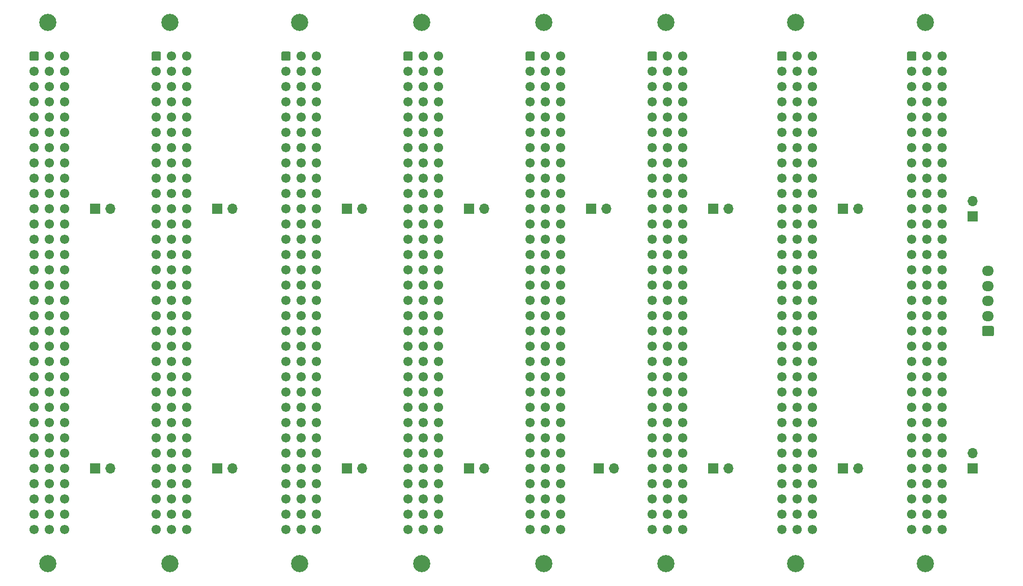
<source format=gbr>
%TF.GenerationSoftware,KiCad,Pcbnew,(5.1.10)-1*%
%TF.CreationDate,2022-01-28T17:59:32+01:00*%
%TF.ProjectId,Backplane,4261636b-706c-4616-9e65-2e6b69636164,rev?*%
%TF.SameCoordinates,Original*%
%TF.FileFunction,Soldermask,Bot*%
%TF.FilePolarity,Negative*%
%FSLAX46Y46*%
G04 Gerber Fmt 4.6, Leading zero omitted, Abs format (unit mm)*
G04 Created by KiCad (PCBNEW (5.1.10)-1) date 2022-01-28 17:59:32*
%MOMM*%
%LPD*%
G01*
G04 APERTURE LIST*
%ADD10C,1.550000*%
%ADD11C,2.850000*%
%ADD12O,1.700000X1.700000*%
%ADD13R,1.700000X1.700000*%
%ADD14O,1.950000X1.700000*%
G04 APERTURE END LIST*
%TO.C,J1*%
G36*
G01*
X183375000Y-66565450D02*
X183375000Y-65514550D01*
G75*
G02*
X183624550Y-65265000I249550J0D01*
G01*
X184675450Y-65265000D01*
G75*
G02*
X184925000Y-65514550I0J-249550D01*
G01*
X184925000Y-66565450D01*
G75*
G02*
X184675450Y-66815000I-249550J0D01*
G01*
X183624550Y-66815000D01*
G75*
G02*
X183375000Y-66565450I0J249550D01*
G01*
G37*
D10*
X184150000Y-68580000D03*
X184150000Y-71120000D03*
X184150000Y-73660000D03*
X184150000Y-76200000D03*
X184150000Y-78740000D03*
X184150000Y-81280000D03*
X184150000Y-83820000D03*
X184150000Y-86360000D03*
X184150000Y-88900000D03*
X184150000Y-91440000D03*
X184150000Y-93980000D03*
X184150000Y-96520000D03*
X184150000Y-99060000D03*
X184150000Y-101600000D03*
X184150000Y-104140000D03*
X184150000Y-106680000D03*
X184150000Y-109220000D03*
X184150000Y-111760000D03*
X184150000Y-114300000D03*
X184150000Y-116840000D03*
X184150000Y-119380000D03*
X184150000Y-121920000D03*
X184150000Y-124460000D03*
X184150000Y-127000000D03*
X184150000Y-129540000D03*
X184150000Y-132080000D03*
X184150000Y-134620000D03*
X184150000Y-137160000D03*
X184150000Y-139700000D03*
X184150000Y-142240000D03*
X184150000Y-144780000D03*
X186690000Y-66040000D03*
X186690000Y-68580000D03*
X186690000Y-71120000D03*
X186690000Y-73660000D03*
X186690000Y-76200000D03*
X186690000Y-78740000D03*
X186690000Y-81280000D03*
X186690000Y-83820000D03*
X186690000Y-86360000D03*
X186690000Y-88900000D03*
X186690000Y-91440000D03*
X186690000Y-93980000D03*
X186690000Y-96520000D03*
X186690000Y-99060000D03*
X186690000Y-101600000D03*
X186690000Y-104140000D03*
X186690000Y-106680000D03*
X186690000Y-109220000D03*
X186690000Y-111760000D03*
X186690000Y-114300000D03*
X186690000Y-116840000D03*
X186690000Y-119380000D03*
X186690000Y-121920000D03*
X186690000Y-124460000D03*
X186690000Y-127000000D03*
X186690000Y-129540000D03*
X186690000Y-132080000D03*
X186690000Y-134620000D03*
X186690000Y-137160000D03*
X186690000Y-139700000D03*
X186690000Y-142240000D03*
X186690000Y-144780000D03*
X189230000Y-66040000D03*
X189230000Y-68580000D03*
X189230000Y-71120000D03*
X189230000Y-73660000D03*
X189230000Y-76200000D03*
X189230000Y-78740000D03*
X189230000Y-81280000D03*
X189230000Y-83820000D03*
X189230000Y-86360000D03*
X189230000Y-88900000D03*
X189230000Y-91440000D03*
X189230000Y-93980000D03*
X189230000Y-96520000D03*
X189230000Y-99060000D03*
X189230000Y-101600000D03*
X189230000Y-104140000D03*
X189230000Y-106680000D03*
X189230000Y-109220000D03*
X189230000Y-111760000D03*
X189230000Y-114300000D03*
X189230000Y-116840000D03*
X189230000Y-119380000D03*
X189230000Y-121920000D03*
X189230000Y-124460000D03*
X189230000Y-127000000D03*
X189230000Y-129540000D03*
X189230000Y-132080000D03*
X189230000Y-134620000D03*
X189230000Y-137160000D03*
X189230000Y-139700000D03*
X189230000Y-142240000D03*
X189230000Y-144780000D03*
D11*
X186390000Y-60410000D03*
X186390000Y-150410000D03*
%TD*%
D12*
%TO.C,J2*%
X196850000Y-91440000D03*
D13*
X194310000Y-91440000D03*
%TD*%
D12*
%TO.C,J3*%
X196850000Y-134620000D03*
D13*
X194310000Y-134620000D03*
%TD*%
D11*
%TO.C,J4*%
X82250000Y-150410000D03*
X82250000Y-60410000D03*
D10*
X85090000Y-144780000D03*
X85090000Y-142240000D03*
X85090000Y-139700000D03*
X85090000Y-137160000D03*
X85090000Y-134620000D03*
X85090000Y-132080000D03*
X85090000Y-129540000D03*
X85090000Y-127000000D03*
X85090000Y-124460000D03*
X85090000Y-121920000D03*
X85090000Y-119380000D03*
X85090000Y-116840000D03*
X85090000Y-114300000D03*
X85090000Y-111760000D03*
X85090000Y-109220000D03*
X85090000Y-106680000D03*
X85090000Y-104140000D03*
X85090000Y-101600000D03*
X85090000Y-99060000D03*
X85090000Y-96520000D03*
X85090000Y-93980000D03*
X85090000Y-91440000D03*
X85090000Y-88900000D03*
X85090000Y-86360000D03*
X85090000Y-83820000D03*
X85090000Y-81280000D03*
X85090000Y-78740000D03*
X85090000Y-76200000D03*
X85090000Y-73660000D03*
X85090000Y-71120000D03*
X85090000Y-68580000D03*
X85090000Y-66040000D03*
X82550000Y-144780000D03*
X82550000Y-142240000D03*
X82550000Y-139700000D03*
X82550000Y-137160000D03*
X82550000Y-134620000D03*
X82550000Y-132080000D03*
X82550000Y-129540000D03*
X82550000Y-127000000D03*
X82550000Y-124460000D03*
X82550000Y-121920000D03*
X82550000Y-119380000D03*
X82550000Y-116840000D03*
X82550000Y-114300000D03*
X82550000Y-111760000D03*
X82550000Y-109220000D03*
X82550000Y-106680000D03*
X82550000Y-104140000D03*
X82550000Y-101600000D03*
X82550000Y-99060000D03*
X82550000Y-96520000D03*
X82550000Y-93980000D03*
X82550000Y-91440000D03*
X82550000Y-88900000D03*
X82550000Y-86360000D03*
X82550000Y-83820000D03*
X82550000Y-81280000D03*
X82550000Y-78740000D03*
X82550000Y-76200000D03*
X82550000Y-73660000D03*
X82550000Y-71120000D03*
X82550000Y-68580000D03*
X82550000Y-66040000D03*
X80010000Y-144780000D03*
X80010000Y-142240000D03*
X80010000Y-139700000D03*
X80010000Y-137160000D03*
X80010000Y-134620000D03*
X80010000Y-132080000D03*
X80010000Y-129540000D03*
X80010000Y-127000000D03*
X80010000Y-124460000D03*
X80010000Y-121920000D03*
X80010000Y-119380000D03*
X80010000Y-116840000D03*
X80010000Y-114300000D03*
X80010000Y-111760000D03*
X80010000Y-109220000D03*
X80010000Y-106680000D03*
X80010000Y-104140000D03*
X80010000Y-101600000D03*
X80010000Y-99060000D03*
X80010000Y-96520000D03*
X80010000Y-93980000D03*
X80010000Y-91440000D03*
X80010000Y-88900000D03*
X80010000Y-86360000D03*
X80010000Y-83820000D03*
X80010000Y-81280000D03*
X80010000Y-78740000D03*
X80010000Y-76200000D03*
X80010000Y-73660000D03*
X80010000Y-71120000D03*
X80010000Y-68580000D03*
G36*
G01*
X79235000Y-66565450D02*
X79235000Y-65514550D01*
G75*
G02*
X79484550Y-65265000I249550J0D01*
G01*
X80535450Y-65265000D01*
G75*
G02*
X80785000Y-65514550I0J-249550D01*
G01*
X80785000Y-66565450D01*
G75*
G02*
X80535450Y-66815000I-249550J0D01*
G01*
X79484550Y-66815000D01*
G75*
G02*
X79235000Y-66565450I0J249550D01*
G01*
G37*
%TD*%
D13*
%TO.C,J5*%
X90170000Y-91440000D03*
D12*
X92710000Y-91440000D03*
%TD*%
D13*
%TO.C,J6*%
X90170000Y-134620000D03*
D12*
X92710000Y-134620000D03*
%TD*%
%TO.C,J7*%
G36*
G01*
X121145000Y-66565450D02*
X121145000Y-65514550D01*
G75*
G02*
X121394550Y-65265000I249550J0D01*
G01*
X122445450Y-65265000D01*
G75*
G02*
X122695000Y-65514550I0J-249550D01*
G01*
X122695000Y-66565450D01*
G75*
G02*
X122445450Y-66815000I-249550J0D01*
G01*
X121394550Y-66815000D01*
G75*
G02*
X121145000Y-66565450I0J249550D01*
G01*
G37*
D10*
X121920000Y-68580000D03*
X121920000Y-71120000D03*
X121920000Y-73660000D03*
X121920000Y-76200000D03*
X121920000Y-78740000D03*
X121920000Y-81280000D03*
X121920000Y-83820000D03*
X121920000Y-86360000D03*
X121920000Y-88900000D03*
X121920000Y-91440000D03*
X121920000Y-93980000D03*
X121920000Y-96520000D03*
X121920000Y-99060000D03*
X121920000Y-101600000D03*
X121920000Y-104140000D03*
X121920000Y-106680000D03*
X121920000Y-109220000D03*
X121920000Y-111760000D03*
X121920000Y-114300000D03*
X121920000Y-116840000D03*
X121920000Y-119380000D03*
X121920000Y-121920000D03*
X121920000Y-124460000D03*
X121920000Y-127000000D03*
X121920000Y-129540000D03*
X121920000Y-132080000D03*
X121920000Y-134620000D03*
X121920000Y-137160000D03*
X121920000Y-139700000D03*
X121920000Y-142240000D03*
X121920000Y-144780000D03*
X124460000Y-66040000D03*
X124460000Y-68580000D03*
X124460000Y-71120000D03*
X124460000Y-73660000D03*
X124460000Y-76200000D03*
X124460000Y-78740000D03*
X124460000Y-81280000D03*
X124460000Y-83820000D03*
X124460000Y-86360000D03*
X124460000Y-88900000D03*
X124460000Y-91440000D03*
X124460000Y-93980000D03*
X124460000Y-96520000D03*
X124460000Y-99060000D03*
X124460000Y-101600000D03*
X124460000Y-104140000D03*
X124460000Y-106680000D03*
X124460000Y-109220000D03*
X124460000Y-111760000D03*
X124460000Y-114300000D03*
X124460000Y-116840000D03*
X124460000Y-119380000D03*
X124460000Y-121920000D03*
X124460000Y-124460000D03*
X124460000Y-127000000D03*
X124460000Y-129540000D03*
X124460000Y-132080000D03*
X124460000Y-134620000D03*
X124460000Y-137160000D03*
X124460000Y-139700000D03*
X124460000Y-142240000D03*
X124460000Y-144780000D03*
X127000000Y-66040000D03*
X127000000Y-68580000D03*
X127000000Y-71120000D03*
X127000000Y-73660000D03*
X127000000Y-76200000D03*
X127000000Y-78740000D03*
X127000000Y-81280000D03*
X127000000Y-83820000D03*
X127000000Y-86360000D03*
X127000000Y-88900000D03*
X127000000Y-91440000D03*
X127000000Y-93980000D03*
X127000000Y-96520000D03*
X127000000Y-99060000D03*
X127000000Y-101600000D03*
X127000000Y-104140000D03*
X127000000Y-106680000D03*
X127000000Y-109220000D03*
X127000000Y-111760000D03*
X127000000Y-114300000D03*
X127000000Y-116840000D03*
X127000000Y-119380000D03*
X127000000Y-121920000D03*
X127000000Y-124460000D03*
X127000000Y-127000000D03*
X127000000Y-129540000D03*
X127000000Y-132080000D03*
X127000000Y-134620000D03*
X127000000Y-137160000D03*
X127000000Y-139700000D03*
X127000000Y-142240000D03*
X127000000Y-144780000D03*
D11*
X124160000Y-60410000D03*
X124160000Y-150410000D03*
%TD*%
D12*
%TO.C,J8*%
X134620000Y-91440000D03*
D13*
X132080000Y-91440000D03*
%TD*%
%TO.C,J9*%
X132080000Y-134620000D03*
D12*
X134620000Y-134620000D03*
%TD*%
D11*
%TO.C,J10*%
X207980000Y-150410000D03*
X207980000Y-60410000D03*
D10*
X210820000Y-144780000D03*
X210820000Y-142240000D03*
X210820000Y-139700000D03*
X210820000Y-137160000D03*
X210820000Y-134620000D03*
X210820000Y-132080000D03*
X210820000Y-129540000D03*
X210820000Y-127000000D03*
X210820000Y-124460000D03*
X210820000Y-121920000D03*
X210820000Y-119380000D03*
X210820000Y-116840000D03*
X210820000Y-114300000D03*
X210820000Y-111760000D03*
X210820000Y-109220000D03*
X210820000Y-106680000D03*
X210820000Y-104140000D03*
X210820000Y-101600000D03*
X210820000Y-99060000D03*
X210820000Y-96520000D03*
X210820000Y-93980000D03*
X210820000Y-91440000D03*
X210820000Y-88900000D03*
X210820000Y-86360000D03*
X210820000Y-83820000D03*
X210820000Y-81280000D03*
X210820000Y-78740000D03*
X210820000Y-76200000D03*
X210820000Y-73660000D03*
X210820000Y-71120000D03*
X210820000Y-68580000D03*
X210820000Y-66040000D03*
X208280000Y-144780000D03*
X208280000Y-142240000D03*
X208280000Y-139700000D03*
X208280000Y-137160000D03*
X208280000Y-134620000D03*
X208280000Y-132080000D03*
X208280000Y-129540000D03*
X208280000Y-127000000D03*
X208280000Y-124460000D03*
X208280000Y-121920000D03*
X208280000Y-119380000D03*
X208280000Y-116840000D03*
X208280000Y-114300000D03*
X208280000Y-111760000D03*
X208280000Y-109220000D03*
X208280000Y-106680000D03*
X208280000Y-104140000D03*
X208280000Y-101600000D03*
X208280000Y-99060000D03*
X208280000Y-96520000D03*
X208280000Y-93980000D03*
X208280000Y-91440000D03*
X208280000Y-88900000D03*
X208280000Y-86360000D03*
X208280000Y-83820000D03*
X208280000Y-81280000D03*
X208280000Y-78740000D03*
X208280000Y-76200000D03*
X208280000Y-73660000D03*
X208280000Y-71120000D03*
X208280000Y-68580000D03*
X208280000Y-66040000D03*
X205740000Y-144780000D03*
X205740000Y-142240000D03*
X205740000Y-139700000D03*
X205740000Y-137160000D03*
X205740000Y-134620000D03*
X205740000Y-132080000D03*
X205740000Y-129540000D03*
X205740000Y-127000000D03*
X205740000Y-124460000D03*
X205740000Y-121920000D03*
X205740000Y-119380000D03*
X205740000Y-116840000D03*
X205740000Y-114300000D03*
X205740000Y-111760000D03*
X205740000Y-109220000D03*
X205740000Y-106680000D03*
X205740000Y-104140000D03*
X205740000Y-101600000D03*
X205740000Y-99060000D03*
X205740000Y-96520000D03*
X205740000Y-93980000D03*
X205740000Y-91440000D03*
X205740000Y-88900000D03*
X205740000Y-86360000D03*
X205740000Y-83820000D03*
X205740000Y-81280000D03*
X205740000Y-78740000D03*
X205740000Y-76200000D03*
X205740000Y-73660000D03*
X205740000Y-71120000D03*
X205740000Y-68580000D03*
G36*
G01*
X204965000Y-66565450D02*
X204965000Y-65514550D01*
G75*
G02*
X205214550Y-65265000I249550J0D01*
G01*
X206265450Y-65265000D01*
G75*
G02*
X206515000Y-65514550I0J-249550D01*
G01*
X206515000Y-66565450D01*
G75*
G02*
X206265450Y-66815000I-249550J0D01*
G01*
X205214550Y-66815000D01*
G75*
G02*
X204965000Y-66565450I0J249550D01*
G01*
G37*
%TD*%
D13*
%TO.C,J11*%
X215900000Y-92710000D03*
D12*
X215900000Y-90170000D03*
%TD*%
%TO.C,J12*%
X215900000Y-132080000D03*
D13*
X215900000Y-134620000D03*
%TD*%
%TO.C,J13*%
G36*
G01*
X219165000Y-112610000D02*
X217715000Y-112610000D01*
G75*
G02*
X217465000Y-112360000I0J250000D01*
G01*
X217465000Y-111160000D01*
G75*
G02*
X217715000Y-110910000I250000J0D01*
G01*
X219165000Y-110910000D01*
G75*
G02*
X219415000Y-111160000I0J-250000D01*
G01*
X219415000Y-112360000D01*
G75*
G02*
X219165000Y-112610000I-250000J0D01*
G01*
G37*
D14*
X218440000Y-109260000D03*
X218440000Y-106760000D03*
X218440000Y-104260000D03*
X218440000Y-101760000D03*
%TD*%
%TO.C,J14*%
G36*
G01*
X161785000Y-66565450D02*
X161785000Y-65514550D01*
G75*
G02*
X162034550Y-65265000I249550J0D01*
G01*
X163085450Y-65265000D01*
G75*
G02*
X163335000Y-65514550I0J-249550D01*
G01*
X163335000Y-66565450D01*
G75*
G02*
X163085450Y-66815000I-249550J0D01*
G01*
X162034550Y-66815000D01*
G75*
G02*
X161785000Y-66565450I0J249550D01*
G01*
G37*
D10*
X162560000Y-68580000D03*
X162560000Y-71120000D03*
X162560000Y-73660000D03*
X162560000Y-76200000D03*
X162560000Y-78740000D03*
X162560000Y-81280000D03*
X162560000Y-83820000D03*
X162560000Y-86360000D03*
X162560000Y-88900000D03*
X162560000Y-91440000D03*
X162560000Y-93980000D03*
X162560000Y-96520000D03*
X162560000Y-99060000D03*
X162560000Y-101600000D03*
X162560000Y-104140000D03*
X162560000Y-106680000D03*
X162560000Y-109220000D03*
X162560000Y-111760000D03*
X162560000Y-114300000D03*
X162560000Y-116840000D03*
X162560000Y-119380000D03*
X162560000Y-121920000D03*
X162560000Y-124460000D03*
X162560000Y-127000000D03*
X162560000Y-129540000D03*
X162560000Y-132080000D03*
X162560000Y-134620000D03*
X162560000Y-137160000D03*
X162560000Y-139700000D03*
X162560000Y-142240000D03*
X162560000Y-144780000D03*
X165100000Y-66040000D03*
X165100000Y-68580000D03*
X165100000Y-71120000D03*
X165100000Y-73660000D03*
X165100000Y-76200000D03*
X165100000Y-78740000D03*
X165100000Y-81280000D03*
X165100000Y-83820000D03*
X165100000Y-86360000D03*
X165100000Y-88900000D03*
X165100000Y-91440000D03*
X165100000Y-93980000D03*
X165100000Y-96520000D03*
X165100000Y-99060000D03*
X165100000Y-101600000D03*
X165100000Y-104140000D03*
X165100000Y-106680000D03*
X165100000Y-109220000D03*
X165100000Y-111760000D03*
X165100000Y-114300000D03*
X165100000Y-116840000D03*
X165100000Y-119380000D03*
X165100000Y-121920000D03*
X165100000Y-124460000D03*
X165100000Y-127000000D03*
X165100000Y-129540000D03*
X165100000Y-132080000D03*
X165100000Y-134620000D03*
X165100000Y-137160000D03*
X165100000Y-139700000D03*
X165100000Y-142240000D03*
X165100000Y-144780000D03*
X167640000Y-66040000D03*
X167640000Y-68580000D03*
X167640000Y-71120000D03*
X167640000Y-73660000D03*
X167640000Y-76200000D03*
X167640000Y-78740000D03*
X167640000Y-81280000D03*
X167640000Y-83820000D03*
X167640000Y-86360000D03*
X167640000Y-88900000D03*
X167640000Y-91440000D03*
X167640000Y-93980000D03*
X167640000Y-96520000D03*
X167640000Y-99060000D03*
X167640000Y-101600000D03*
X167640000Y-104140000D03*
X167640000Y-106680000D03*
X167640000Y-109220000D03*
X167640000Y-111760000D03*
X167640000Y-114300000D03*
X167640000Y-116840000D03*
X167640000Y-119380000D03*
X167640000Y-121920000D03*
X167640000Y-124460000D03*
X167640000Y-127000000D03*
X167640000Y-129540000D03*
X167640000Y-132080000D03*
X167640000Y-134620000D03*
X167640000Y-137160000D03*
X167640000Y-139700000D03*
X167640000Y-142240000D03*
X167640000Y-144780000D03*
D11*
X164800000Y-60410000D03*
X164800000Y-150410000D03*
%TD*%
D13*
%TO.C,J15*%
X172720000Y-91440000D03*
D12*
X175260000Y-91440000D03*
%TD*%
D13*
%TO.C,J16*%
X172720000Y-134620000D03*
D12*
X175260000Y-134620000D03*
%TD*%
D11*
%TO.C,J17*%
X144480000Y-150410000D03*
X144480000Y-60410000D03*
D10*
X147320000Y-144780000D03*
X147320000Y-142240000D03*
X147320000Y-139700000D03*
X147320000Y-137160000D03*
X147320000Y-134620000D03*
X147320000Y-132080000D03*
X147320000Y-129540000D03*
X147320000Y-127000000D03*
X147320000Y-124460000D03*
X147320000Y-121920000D03*
X147320000Y-119380000D03*
X147320000Y-116840000D03*
X147320000Y-114300000D03*
X147320000Y-111760000D03*
X147320000Y-109220000D03*
X147320000Y-106680000D03*
X147320000Y-104140000D03*
X147320000Y-101600000D03*
X147320000Y-99060000D03*
X147320000Y-96520000D03*
X147320000Y-93980000D03*
X147320000Y-91440000D03*
X147320000Y-88900000D03*
X147320000Y-86360000D03*
X147320000Y-83820000D03*
X147320000Y-81280000D03*
X147320000Y-78740000D03*
X147320000Y-76200000D03*
X147320000Y-73660000D03*
X147320000Y-71120000D03*
X147320000Y-68580000D03*
X147320000Y-66040000D03*
X144780000Y-144780000D03*
X144780000Y-142240000D03*
X144780000Y-139700000D03*
X144780000Y-137160000D03*
X144780000Y-134620000D03*
X144780000Y-132080000D03*
X144780000Y-129540000D03*
X144780000Y-127000000D03*
X144780000Y-124460000D03*
X144780000Y-121920000D03*
X144780000Y-119380000D03*
X144780000Y-116840000D03*
X144780000Y-114300000D03*
X144780000Y-111760000D03*
X144780000Y-109220000D03*
X144780000Y-106680000D03*
X144780000Y-104140000D03*
X144780000Y-101600000D03*
X144780000Y-99060000D03*
X144780000Y-96520000D03*
X144780000Y-93980000D03*
X144780000Y-91440000D03*
X144780000Y-88900000D03*
X144780000Y-86360000D03*
X144780000Y-83820000D03*
X144780000Y-81280000D03*
X144780000Y-78740000D03*
X144780000Y-76200000D03*
X144780000Y-73660000D03*
X144780000Y-71120000D03*
X144780000Y-68580000D03*
X144780000Y-66040000D03*
X142240000Y-144780000D03*
X142240000Y-142240000D03*
X142240000Y-139700000D03*
X142240000Y-137160000D03*
X142240000Y-134620000D03*
X142240000Y-132080000D03*
X142240000Y-129540000D03*
X142240000Y-127000000D03*
X142240000Y-124460000D03*
X142240000Y-121920000D03*
X142240000Y-119380000D03*
X142240000Y-116840000D03*
X142240000Y-114300000D03*
X142240000Y-111760000D03*
X142240000Y-109220000D03*
X142240000Y-106680000D03*
X142240000Y-104140000D03*
X142240000Y-101600000D03*
X142240000Y-99060000D03*
X142240000Y-96520000D03*
X142240000Y-93980000D03*
X142240000Y-91440000D03*
X142240000Y-88900000D03*
X142240000Y-86360000D03*
X142240000Y-83820000D03*
X142240000Y-81280000D03*
X142240000Y-78740000D03*
X142240000Y-76200000D03*
X142240000Y-73660000D03*
X142240000Y-71120000D03*
X142240000Y-68580000D03*
G36*
G01*
X141465000Y-66565450D02*
X141465000Y-65514550D01*
G75*
G02*
X141714550Y-65265000I249550J0D01*
G01*
X142765450Y-65265000D01*
G75*
G02*
X143015000Y-65514550I0J-249550D01*
G01*
X143015000Y-66565450D01*
G75*
G02*
X142765450Y-66815000I-249550J0D01*
G01*
X141714550Y-66815000D01*
G75*
G02*
X141465000Y-66565450I0J249550D01*
G01*
G37*
%TD*%
D12*
%TO.C,J18*%
X154940000Y-91440000D03*
D13*
X152400000Y-91440000D03*
%TD*%
D12*
%TO.C,J19*%
X156210000Y-134620000D03*
D13*
X153670000Y-134620000D03*
%TD*%
D11*
%TO.C,J20*%
X103840000Y-150410000D03*
X103840000Y-60410000D03*
D10*
X106680000Y-144780000D03*
X106680000Y-142240000D03*
X106680000Y-139700000D03*
X106680000Y-137160000D03*
X106680000Y-134620000D03*
X106680000Y-132080000D03*
X106680000Y-129540000D03*
X106680000Y-127000000D03*
X106680000Y-124460000D03*
X106680000Y-121920000D03*
X106680000Y-119380000D03*
X106680000Y-116840000D03*
X106680000Y-114300000D03*
X106680000Y-111760000D03*
X106680000Y-109220000D03*
X106680000Y-106680000D03*
X106680000Y-104140000D03*
X106680000Y-101600000D03*
X106680000Y-99060000D03*
X106680000Y-96520000D03*
X106680000Y-93980000D03*
X106680000Y-91440000D03*
X106680000Y-88900000D03*
X106680000Y-86360000D03*
X106680000Y-83820000D03*
X106680000Y-81280000D03*
X106680000Y-78740000D03*
X106680000Y-76200000D03*
X106680000Y-73660000D03*
X106680000Y-71120000D03*
X106680000Y-68580000D03*
X106680000Y-66040000D03*
X104140000Y-144780000D03*
X104140000Y-142240000D03*
X104140000Y-139700000D03*
X104140000Y-137160000D03*
X104140000Y-134620000D03*
X104140000Y-132080000D03*
X104140000Y-129540000D03*
X104140000Y-127000000D03*
X104140000Y-124460000D03*
X104140000Y-121920000D03*
X104140000Y-119380000D03*
X104140000Y-116840000D03*
X104140000Y-114300000D03*
X104140000Y-111760000D03*
X104140000Y-109220000D03*
X104140000Y-106680000D03*
X104140000Y-104140000D03*
X104140000Y-101600000D03*
X104140000Y-99060000D03*
X104140000Y-96520000D03*
X104140000Y-93980000D03*
X104140000Y-91440000D03*
X104140000Y-88900000D03*
X104140000Y-86360000D03*
X104140000Y-83820000D03*
X104140000Y-81280000D03*
X104140000Y-78740000D03*
X104140000Y-76200000D03*
X104140000Y-73660000D03*
X104140000Y-71120000D03*
X104140000Y-68580000D03*
X104140000Y-66040000D03*
X101600000Y-144780000D03*
X101600000Y-142240000D03*
X101600000Y-139700000D03*
X101600000Y-137160000D03*
X101600000Y-134620000D03*
X101600000Y-132080000D03*
X101600000Y-129540000D03*
X101600000Y-127000000D03*
X101600000Y-124460000D03*
X101600000Y-121920000D03*
X101600000Y-119380000D03*
X101600000Y-116840000D03*
X101600000Y-114300000D03*
X101600000Y-111760000D03*
X101600000Y-109220000D03*
X101600000Y-106680000D03*
X101600000Y-104140000D03*
X101600000Y-101600000D03*
X101600000Y-99060000D03*
X101600000Y-96520000D03*
X101600000Y-93980000D03*
X101600000Y-91440000D03*
X101600000Y-88900000D03*
X101600000Y-86360000D03*
X101600000Y-83820000D03*
X101600000Y-81280000D03*
X101600000Y-78740000D03*
X101600000Y-76200000D03*
X101600000Y-73660000D03*
X101600000Y-71120000D03*
X101600000Y-68580000D03*
G36*
G01*
X100825000Y-66565450D02*
X100825000Y-65514550D01*
G75*
G02*
X101074550Y-65265000I249550J0D01*
G01*
X102125450Y-65265000D01*
G75*
G02*
X102375000Y-65514550I0J-249550D01*
G01*
X102375000Y-66565450D01*
G75*
G02*
X102125450Y-66815000I-249550J0D01*
G01*
X101074550Y-66815000D01*
G75*
G02*
X100825000Y-66565450I0J249550D01*
G01*
G37*
%TD*%
D12*
%TO.C,J21*%
X114300000Y-91440000D03*
D13*
X111760000Y-91440000D03*
%TD*%
D12*
%TO.C,J22*%
X114300000Y-134620000D03*
D13*
X111760000Y-134620000D03*
%TD*%
%TO.C,J23*%
G36*
G01*
X58915000Y-66565450D02*
X58915000Y-65514550D01*
G75*
G02*
X59164550Y-65265000I249550J0D01*
G01*
X60215450Y-65265000D01*
G75*
G02*
X60465000Y-65514550I0J-249550D01*
G01*
X60465000Y-66565450D01*
G75*
G02*
X60215450Y-66815000I-249550J0D01*
G01*
X59164550Y-66815000D01*
G75*
G02*
X58915000Y-66565450I0J249550D01*
G01*
G37*
D10*
X59690000Y-68580000D03*
X59690000Y-71120000D03*
X59690000Y-73660000D03*
X59690000Y-76200000D03*
X59690000Y-78740000D03*
X59690000Y-81280000D03*
X59690000Y-83820000D03*
X59690000Y-86360000D03*
X59690000Y-88900000D03*
X59690000Y-91440000D03*
X59690000Y-93980000D03*
X59690000Y-96520000D03*
X59690000Y-99060000D03*
X59690000Y-101600000D03*
X59690000Y-104140000D03*
X59690000Y-106680000D03*
X59690000Y-109220000D03*
X59690000Y-111760000D03*
X59690000Y-114300000D03*
X59690000Y-116840000D03*
X59690000Y-119380000D03*
X59690000Y-121920000D03*
X59690000Y-124460000D03*
X59690000Y-127000000D03*
X59690000Y-129540000D03*
X59690000Y-132080000D03*
X59690000Y-134620000D03*
X59690000Y-137160000D03*
X59690000Y-139700000D03*
X59690000Y-142240000D03*
X59690000Y-144780000D03*
X62230000Y-66040000D03*
X62230000Y-68580000D03*
X62230000Y-71120000D03*
X62230000Y-73660000D03*
X62230000Y-76200000D03*
X62230000Y-78740000D03*
X62230000Y-81280000D03*
X62230000Y-83820000D03*
X62230000Y-86360000D03*
X62230000Y-88900000D03*
X62230000Y-91440000D03*
X62230000Y-93980000D03*
X62230000Y-96520000D03*
X62230000Y-99060000D03*
X62230000Y-101600000D03*
X62230000Y-104140000D03*
X62230000Y-106680000D03*
X62230000Y-109220000D03*
X62230000Y-111760000D03*
X62230000Y-114300000D03*
X62230000Y-116840000D03*
X62230000Y-119380000D03*
X62230000Y-121920000D03*
X62230000Y-124460000D03*
X62230000Y-127000000D03*
X62230000Y-129540000D03*
X62230000Y-132080000D03*
X62230000Y-134620000D03*
X62230000Y-137160000D03*
X62230000Y-139700000D03*
X62230000Y-142240000D03*
X62230000Y-144780000D03*
X64770000Y-66040000D03*
X64770000Y-68580000D03*
X64770000Y-71120000D03*
X64770000Y-73660000D03*
X64770000Y-76200000D03*
X64770000Y-78740000D03*
X64770000Y-81280000D03*
X64770000Y-83820000D03*
X64770000Y-86360000D03*
X64770000Y-88900000D03*
X64770000Y-91440000D03*
X64770000Y-93980000D03*
X64770000Y-96520000D03*
X64770000Y-99060000D03*
X64770000Y-101600000D03*
X64770000Y-104140000D03*
X64770000Y-106680000D03*
X64770000Y-109220000D03*
X64770000Y-111760000D03*
X64770000Y-114300000D03*
X64770000Y-116840000D03*
X64770000Y-119380000D03*
X64770000Y-121920000D03*
X64770000Y-124460000D03*
X64770000Y-127000000D03*
X64770000Y-129540000D03*
X64770000Y-132080000D03*
X64770000Y-134620000D03*
X64770000Y-137160000D03*
X64770000Y-139700000D03*
X64770000Y-142240000D03*
X64770000Y-144780000D03*
D11*
X61930000Y-60410000D03*
X61930000Y-150410000D03*
%TD*%
D13*
%TO.C,J24*%
X69850000Y-91440000D03*
D12*
X72390000Y-91440000D03*
%TD*%
D13*
%TO.C,J25*%
X69850000Y-134620000D03*
D12*
X72390000Y-134620000D03*
%TD*%
M02*

</source>
